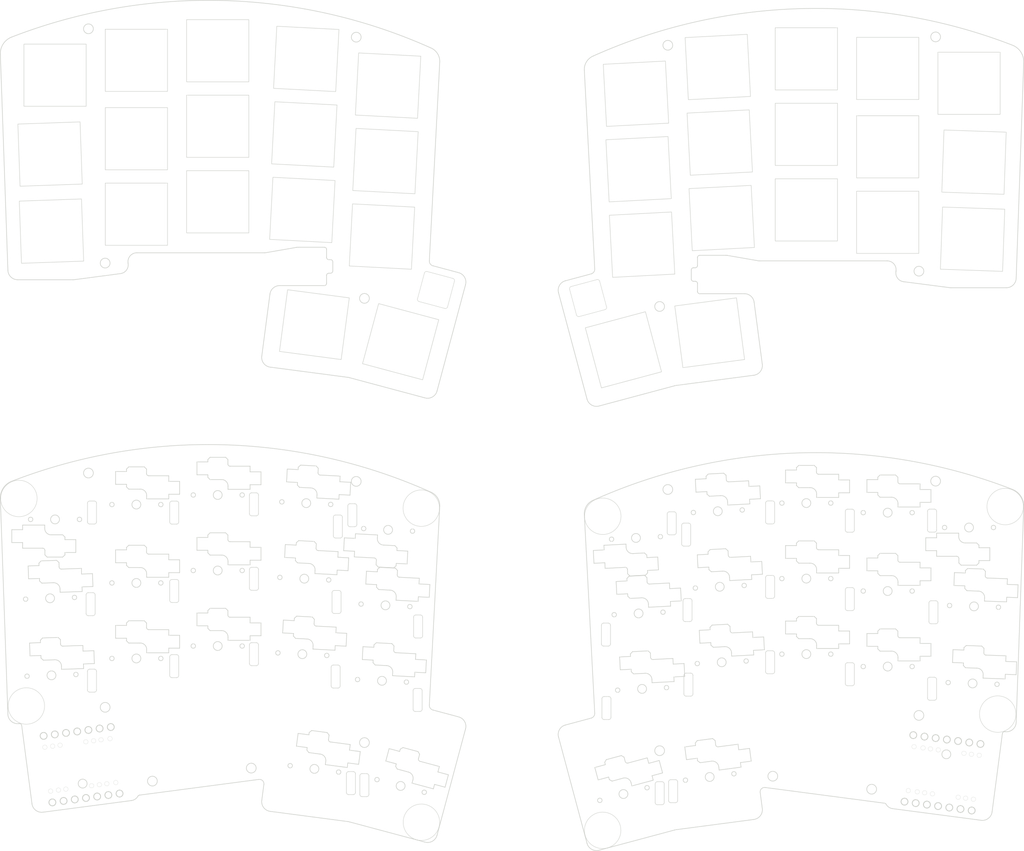
<source format=kicad_pcb>
(kicad_pcb (version 20241229) (generator "pcbnew") (generator_version "9.0")
  (title_block (title "Kretsträd") (company "by JW"))
  (layers (0 "F.Cu" signal) (2 "B.Cu" signal) (13 "F.Paste" user) (15 "B.Paste" user) (5 "F.SilkS" user "F.Silkscreen") (7 "B.SilkS" user "B.Silkscreen") (1 "F.Mask" user) (3 "B.Mask" user) (25 "Edge.Cuts" user))
  (net 0 "")
  (footprint "jw_custom_footprints:Kailh_socket_PG1350_v1_reversible_cutout_bottom_alt" (layer "F.Cu") (at 245.267364 147.889398 180))
  (footprint "jw_custom_footprints:Diode_SOD123_THT_2_cutout_small" (layer "F.Cu") (at 84.391364 142.671878 90))
  (footprint "jw_custom_footprints:Kailh_socket_PG1350_v1_reversible_cutout_14x14mm" (layer "F.Cu") (at 57.939964 77.366678))
  (footprint "jw_custom_footprints:Diode_SOD123_THT_2_cutout_small" (layer "F.Cu") (at 106.209964 205.425878 90))
  (footprint "jw_custom_footprints:Kailh_socket_PG1350_v1_reversible_cutout_bottom_alt" (layer "F.Cu") (at 57.939964 142.721678))
  (footprint "jw_custom_footprints:Kailh_socket_PG1350_v1_reversible_cutout_bottom_alt" (layer "F.Cu") (at 188.746642 144.22627 3))
  (footprint "jw_custom_footprints:MountingHole_2.2mm_M2_cutout" (layer "F.Cu") (at 50.914164 88.361878))
  (footprint "jw_custom_footprints:MountingHole_2.2mm_M2_cutout" (layer "F.Cu") (at 223.362117 206.796702))
  (footprint "jw_custom_footprints:Kailh_socket_PG1350_v1_reversible_cutout_14x14mm" (layer "F.Cu") (at 76.239764 57.566678))
  (footprint "jw_custom_footprints:Kailh_socket_PG1350_v1_reversible_cutout_14x14mm" (layer "F.Cu") (at 57.939964 60.366678))
  (footprint "jw_custom_footprints:Kailh_socket_PG1350_v1_reversible_cutout_bottom_alt" (layer "F.Cu") (at 226.967564 179.189398))
  (footprint "jw_custom_footprints:MountingHole_2.2mm_M2_cutout" (layer "F.Cu") (at 201.121903 203.868722))
  (footprint "jw_custom_footprints:Kailh_socket_PG1350_v1_reversible_cutout_14x14mm" (layer "F.Cu") (at 76.239764 74.566678))
  (footprint "jw_custom_footprints:Diode_SOD123_THT_2_cutout_small" (layer "F.Cu") (at 109.232564 205.883078 -90))
  (footprint "jw_custom_footprints:Kailh_socket_PG1350_v1_reversible_cutout_bottom_alt" (layer "F.Cu") (at 76.239764 157.566678))
  (footprint "jw_custom_footprints:Kailh_socket_PG1350_v1_reversible_cutout_bottom_alt" (layer "F.Cu") (at 208.667764 176.389398))
  (footprint "jw_custom_footprints:Diode_SOD123_THT_2_cutout_small" (layer "F.Cu") (at 121.212679 186.706846 90))
  (footprint "jw_custom_footprints:Diode_SOD123_THT_2_cutout_small" (layer "F.Cu") (at 47.954964 144.516678 90))
  (footprint "jw_custom_footprints:Kailh_socket_PG1350_v1_reversible_cutout_bottom_alt" (layer "F.Cu") (at 38.840164 181.166478 2))
  (footprint "jw_custom_footprints:Kailh_socket_PG1350_v1_reversible_cutout_bottom_alt" (layer "F.Cu") (at 208.667764 159.389398))
  (footprint "jw_custom_footprints:Diode_SOD123_THT_2_cutout_small" (layer "F.Cu") (at 66.455764 179.095478 90))
  (footprint "jw_custom_footprints:Kailh_socket_PG1350_v1_reversible_cutout_bottom_alt" (layer "F.Cu") (at 95.720548 159.404003 -3))
  (footprint "jw_custom_footprints:Kailh_socket_PG1350_v1_reversible_cutout_14x14mm" (layer "F.Cu") (at 57.939964 42.721678))
  (footprint "jw_custom_footprints:Kailh_socket_PG1350_v1_reversible_cutout_bottom_alt" (layer "F.Cu") (at 208.667764 142.389398))
  (footprint "jw_custom_footprints:Kailh_socket_PG1350_v1_reversible_cutout_bottom_alt" (layer "F.Cu") (at 167.516953 207.885893 15))
  (footprint "jw_custom_footprints:Kailh_socket_PG1350_v1_reversible_cutout_bottom_alt" (layer "F.Cu") (at 97.987307 202.223294 -7.5))
  (footprint "jw_custom_footprints:Kailh_socket_PG1350_v1_reversible_cutout_bottom_alt" (layer "F.Cu") (at 246.067364 182.989198 -2))
  (footprint "jw_custom_footprints:Diode_SOD123_THT_2_cutout_small" (layer "F.Cu") (at 102.972005 164.650913 90))
  (footprint "jw_custom_footprints:Kailh_socket_PG1350_v1_reversible_cutout_bottom_alt" (layer "F.Cu") (at 113.981174 165.407519 -3))
  (footprint "jw_custom_footprints:Kailh_socket_PG1350_v1_reversible_cutout_bottom_alt" (layer "F.Cu") (at 114.571296 148.415116 177))
  (footprint "jw_custom_footprints:Diode_SOD123_THT_2_cutout_small" (layer "F.Cu") (at 84.391364 176.403078 90))
  (footprint "jw_custom_footprints:Kailh_socket_PG1350_v1_reversible_cutout_bottom_alt" (layer "F.Cu") (at 170.336232 150.237836 -177))
  (footprint "jw_custom_footprints:Kailh_socket_PG1350_v1_reversible_cutout_14x14mm" (layer "F.Cu") (at 38.840164 81.166478 2))
  (footprint "jw_custom_footprints:Kailh_socket_PG1350_v1_reversible_cutout_14x14mm" (layer "F.Cu") (at 96.160886 42.40355 -3))
  (footprint "jw_custom_footprints:MountingHole_2.2mm_M2_cutout" (layer "F.Cu") (at 109.248374 96.305597))
  (footprint "jw_custom_footprints:Diode_SOD123_THT_2_cutout_small" (layer "F.Cu") (at 66.455764 144.534078 90))
  (footprint "jw_custom_footprints:Kailh_socket_PG1350_v1_reversible_cutout_14x14mm" (layer "F.Cu") (at 117.390575 106.063173 -15))
  (footprint "jw_custom_footprints:MountingHole_2.2mm_M2_cutout" (layer "F.Cu") (at 109.248374 196.305597))
  (footprint "jw_custom_footprints:MountingHole_2.2mm_M2_cutout" (layer "F.Cu") (at 107.403764 137.506278))
  (footprint "jw_custom_footprints:Xiao_nRF52840_THT_jumper_1.55mm_hole_cutout_alt" (layer "F.Cu") (at 45.4533 201.299082 97.5))
  (footprint "jw_custom_footprints:Kailh_socket_PG1350_v1_reversible_cutout_bottom_alt" (layer "F.Cu") (at 57.939964 177.366678))
  (footprint "jw_custom_footprints:Kailh_socket_PG1350_v1_reversible_cutout_bottom_alt" (layer "F.Cu") (at 113.194964 182.394688 -3))
  (footprint "jw_custom_footprints:Kailh_socket_PG1350_v1_reversible_cutout_bottom_alt" (layer "F.Cu") (at 226.967564 162.189398))
  (footprint "jw_custom_footprints:Kailh_socket_PG1350_v1_reversible_cutout_14x14mm" (layer "F.Cu") (at 76.239764 40.566678))
  (footprint "jw_custom_footprints:Kailh_socket_PG1350_v1_reversible_cutout_bottom_alt" (layer "F.Cu") (at 95.28022 176.404257 -3))
  (footprint "jw_custom_footprints:Diode_SOD123_THT_2_cutout_small" (layer "F.Cu") (at 47.644234 165.146295 90))
  (footprint "jw_custom_footprints:Diode_SOD123_THT_2_cutout_small" (layer "F.Cu") (at 47.954964 182.362678 90))
  (footprint "jw_custom_footprints:Kailh_socket_PG1350_v1_reversible_cutout_14x14mm" (layer "F.Cu") (at 95.28022 76.404257 -3))
  (footprint "jw_custom_footprints:Kailh_socket_PG1350_v1_reversible_cutout_14x14mm" (layer "F.Cu") (at 95.720548 59.404003 -3))
  (footprint "jw_custom_footprints:MountingHole_2.2mm_M2_cutout" (layer "F.Cu") (at 47.154964 35.626678))
  (footprint "jw_custom_footprints:Kailh_socket_PG1350_v1_reversible_cutout_bottom_alt" (layer "F.Cu") (at 189.18698 161.226723 3))
  (footprint "jw_custom_footprints:Kailh_socket_PG1350_v1_reversible_cutout_14x14mm" (layer "F.Cu") (at 38.518964 63.820678 2))
  (footprint "jw_custom_footprints:Diode_SOD123_THT_2_cutout_small" (layer "F.Cu") (at 106.526268 145.117347 90))
  (footprint "jw_custom_footprints:MountingHole_2.2mm_M2_cutout" (layer "F.Cu") (at 50.914164 188.361878))
  (footprint "jw_custom_footprints:Kailh_socket_PG1350_v1_reversible_cutout_bottom_alt" (layer "F.Cu") (at 39.640164 146.066678 180))
  (footprint "jw_custom_footprints:MountingHole_2.2mm_M2_cutout" (layer "F.Cu") (at 47.154964 135.626678))
  (footprint "jw_custom_footprints:Kailh_socket_PG1350_v1_reversible_cutout_bottom_alt" (layer "F.Cu") (at 76.239764 140.566678))
  (footprint "jw_custom_footprints:Kailh_socket_PG1350_v1_reversible_cutout_14x14mm" (layer "F.Cu") (at 39.640164 46.066678 180))
  (footprint "jw_custom_footprints:MountingHole_2.2mm_M2_cutout" (layer "F.Cu") (at 61.545411 204.973977 7.5))
  (footprint "jw_custom_footprints:Kailh_socket_PG1350_v1_reversible_cutout_bottom_alt" (layer "F.Cu") (at 189.627308 178.226977 3))
  (footprint "jw_custom_footprints:Kailh_socket_PG1350_v1_reversible_cutout_bottom_alt" (layer "F.Cu") (at 57.939964 160.366678))
  (footprint "jw_custom_footprints:Kailh_socket_PG1350_v1_reversible_cutout_14x14mm" (layer "F.Cu") (at 113.194964 82.394688 -3))
  (footprint "jw_custom_footprints:Kailh_socket_PG1350_v1_reversible_cutout_bottom_alt" (layer "F.Cu") (at 226.967564 144.544398))
  (footprint "jw_custom_footprints:MountingHole_2.2mm_M2_cutout" (layer "F.Cu") (at 107.403764 37.506278))
  (footprint "jw_custom_footprints:Kailh_socket_PG1350_v1_reversible_cutout_bottom_alt" (layer "F.Cu") (at 76.239764 174.566678))
  (footprint "jw_custom_footprints:MountingHole_2.2mm_M2_cutout" (layer "F.Cu") (at 83.785625 202.045997 7.5))
  (footprint "jw_custom_footprints:Diode_SOD123_THT_2_cutout_small" (layer "F.Cu") (at 103.271594 147.667814 90))
  (footprint "jw_custom_footprints:Kailh_socket_PG1350_v1_reversible_cutout_14x14mm" (layer "F.Cu") (at 97.987307 102.223294 -7.5))
  (footprint "jw_custom_footprints:Diode_SOD123_THT_2_cutout_small" (layer "F.Cu") (at 121.322964 170.170678 90))
  (footprint "jw_custom_footprints:Kailh_socket_PG1350_v1_reversible_cutout_bottom_alt" (layer "F.Cu") (at 186.920221 204.046014 7.5))
  (footprint "jw_custom_footprints:Kailh_socket_PG1350_v1_reversible_cutout_bottom_alt" (layer "F.Cu") (at 170.926354 167.230239 3))
  (footprint "jw_custom_footprints:Diode_SOD123_THT_2_cutout_small" (layer "F.Cu") (at 66.455764 162.179078 90))
  (footprint "jw_custom_footprints:Kailh_socket_PG1350_v1_reversible_cutout_bottom_alt" (layer "F.Cu") (at 171.712564 184.217408 3))
  (footprint "jw_custom_footprints:Kailh_socket_PG1350_v1_reversible_cutout_bottom_alt" (layer "F.Cu") (at 96.160886 142.40355 -3))
  (footprint "jw_custom_footprints:Kailh_socket_PG1350_v1_reversible_cutout_bottom_alt" (layer "F.Cu") (at 117.390575 206.063173 -15))
  (footprint "jw_custom_footprints:Diode_SOD123_THT_2_cutout_small" (layer "F.Cu") (at 102.772279 181.440446 90))
  (footprint "jw_custom_footprints:Diode_SOD123_THT_2_cutout_small" (layer "F.Cu") (at 84.391364 159.435878 90))
  (footprint "jw_custom_footprints:Kailh_socket_PG1350_v1_reversible_cutout_14x14mm" (layer "F.Cu") (at 114.571296 48.415116 177))
  (footprint "jw_custom_footprints:Kailh_socket_PG1350_v1_reversible_cutout_bottom_alt" (layer "F.Cu") (at 38.518964 163.820678 2))
  (footprint "jw_custom_footprints:Kailh_socket_PG1350_v1_reversible_cutout_bottom_alt" (layer "F.Cu") (at 246.388564 165.643398 -2))
  (footprint "jw_custom_footprints:Button_Switch_Push_Vertical_2P2T_Toggle_5.8x5.8_cutout" (layer "F.Cu") (at 125.344547 94.418064 75))
  (footprint "jw_custom_footprints:Kailh_socket_PG1350_v1_reversible_cutout_14x14mm" (layer "F.Cu") (at 113.981174 65.407519 -3))
  (footprint "jw_custom_footprints:MountingHole_2.2mm_M2_cutout" (layer "B.Cu") (at 175.659154 98.128317 180))
  (footprint "jw_custom_footprints:Kailh_socket_PG1350_v1_reversible_cutout_14x14mm" (layer "B.Cu") (at 208.667764 76.389398 180))
  (footprint "jw_custom_footprints:Diode_SOD123_THT_2_cutout_small" (layer "B.Cu") (at 236.952564 184.185398 90))
  (footprint "jw_custom_footprints:Kailh_socket_PG1350_v1_reversible_cutout_14x14mm" (layer "B.Cu") (at 226.967564 62.189398 180))
  (footprint "jw_custom_footprints:Kailh_socket_PG1350_v1_reversible_cutout_14x14mm" (layer "B.Cu") (at 246.067364 82.989198 178))
  (footprint "jw_custom_footprints:Kailh_socket_PG1350_v1_reversible_cutout_14x14mm" (layer "B.Cu") (at 188.746642 44.22627 -177))
  (footprint "jw_custom_footprints:Diode_SOD123_THT_2_cutout_small" (layer "B.Cu") (at 163.584564 171.993398 90))
  (footprint "jw_custom_footprints:Diode_SOD123_THT_2_cutout_small" (layer "B.Cu") (at 200.516164 178.225798 90))
  (footprint "jw_custom_footprints:Diode_SOD123_THT_2_cutout_small" (layer "B.Cu") (at 218.451764 164.001798 90))
  (footprint "jw_custom_footprints:MountingHole_2.2mm_M2_cutout" (layer "B.Cu") (at 237.752564 37.449398 180))
  (footprint "jw_custom_footprints:Diode_SOD123_THT_2_cutout_small" (layer "B.Cu") (at 200.516164 144.494598 90))
  (footprint "jw_custom_footprints:Diode_SOD123_THT_2_cutout_small" (layer "B.Cu") (at 175.674964 207.705798 -90))
  (footprint "jw_custom_footprints:Kailh_socket_PG1350_v1_reversible_cutout_14x14mm" (layer "B.Cu") (at 170.926354 67.230239 -177))
  (footprint "jw_custom_footprints:MountingHole_2.2mm_M2_cutout" (layer "B.Cu") (at 177.503764 39.328998 180))
  (footprint "jw_custom_footprints:Diode_SOD123_THT_2_cutout_small" (layer "B.Cu") (at 178.697564 207.248598 90))
  (footprint "jw_custom_footprints:MountingHole_2.2mm_M2_cutout" (layer "B.Cu") (at 177.503764 139.328998 180))
  (footprint "jw_custom_footprints:Diode_SOD123_THT_2_cutout_small" (layer "B.Cu") (at 200.516164 161.258598 90))
  (footprint "jw_custom_footprints:Kailh_socket_PG1350_v1_reversible_cutout_14x14mm" (layer "B.Cu") (at 171.712564 84.217408 -177))
  (footprint "jw_custom_footprints:Kailh_socket_PG1350_v1_reversible_cutout_14x14mm" (layer "B.Cu") (at 246.388564 65.643398 178))
  (footprint "jw_custom_footprints:MountingHole_2.2mm_M2_cutout" (layer "B.Cu") (at 175.659154 198.128317 180))
  (footprint "jw_custom_footprints:Kailh_socket_PG1350_v1_reversible_cutout_14x14mm" (layer "B.Cu") (at 167.516953 107.885893 -165))
  (footprint "jw_custom_footprints:Kailh_socket_PG1350_v1_reversible_cutout_14x14mm" (layer "B.Cu") (at 226.967564 44.544398 180))
  (footprint "jw_custom_footprints:Kailh_socket_PG1350_v1_reversible_cutout_14x14mm" (layer "B.Cu") (at 226.967564 79.189398 180))
  (footprint "jw_custom_footprints:Diode_SOD123_THT_2_cutout_small" (layer "B.Cu") (at 182.135249 183.263166 90))
  (footprint "jw_custom_footprints:Diode_SOD123_THT_2_cutout_small" (layer "B.Cu") (at 181.635934 149.490534 90))
  (footprint "jw_custom_footprints:Button_Switch_Push_Vertical_2P2T_Toggle_5.8x5.8_cutout" (layer "B.Cu") (at 159.562981 96.240784 105))
  (footprint "jw_custom_footprints:Kailh_socket_PG1350_v1_reversible_cutout_14x14mm" (layer "B.Cu") (at 208.667764 59.389398 180))
  (footprint "jw_custom_footprints:Xiao_nRF52840_THT_jumper_1.55mm_hole_cutout_alt" (layer "B.Cu") (at 239.454228 203.121802 82.5))
  (footprint "jw_custom_footprints:Diode_SOD123_THT_2_cutout_small" (layer "B.Cu") (at 236.952564 146.339398 90))
  (footprint "jw_custom_footprints:Kailh_socket_PG1350_v1_reversible_cutout_14x14mm" (layer "B.Cu") (at 170.336232 50.237836 3))
  (footprint "jw_custom_footprints:Diode_SOD123_THT_2_cutout_small" (layer "B.Cu") (at 163.694849 188.529566 90))
  (footprint "jw_custom_footprints:MountingHole_2.2mm_M2_cutout" (layer "B.Cu") (at 233.993364 90.184598 180))
  (footprint "jw_custom_footprints:Diode_SOD123_THT_2_cutout_small" (layer "B.Cu") (at 237.263294 166.969015 90))
  (footprint "jw_custom_footprints:Kailh_socket_PG1350_v1_reversible_cutout_14x14mm" (layer "B.Cu") (at 186.920221 104.046014 -172.5))
  (footprint "jw_custom_footprints:Kailh_socket_PG1350_v1_reversible_cutout_14x14mm" (layer "B.Cu") (at 245.267364 47.889398))
  (footprint "jw_custom_footprints:Kailh_socket_PG1350_v1_reversible_cutout_14x14mm" (layer "B.Cu") (at 189.18698 61.226723 -177))
  (footprint "jw_custom_footprints:Diode_SOD123_THT_2_cutout_small" (layer "B.Cu") (at 181.935523 166.473633 90))
  (footprint "jw_custom_footprints:Diode_SOD123_THT_2_cutout_small" (layer "B.Cu") (at 218.451764 180.918198 90))
  (footprint "jw_custom_footprints:Diode_SOD123_THT_2_cutout_small" (layer "B.Cu") (at 218.451764 146.356798 90))
  (footprint "jw_custom_footprints:Kailh_socket_PG1350_v1_reversible_cutout_14x14mm" (layer "B.Cu") (at 189.627308 78.226977 -177))
  (footprint "jw_custom_footprints:Kailh_socket_PG1350_v1_reversible_cutout_14x14mm" (layer "B.Cu") (at 208.667764 42.389398 180))
  (footprint "jw_custom_footprints:Diode_SOD123_THT_2_cutout_small" (layer "B.Cu") (at 178.38126 146.940067 90))
  (footprint "jw_custom_footprints:MountingHole_2.2mm_M2_cutout" (layer "B.Cu") (at 237.752564 137.449398 180))
  (footprint "jw_custom_footprints:MountingHole_2.2mm_M2_cutout" (layer "B.Cu") (at 233.993364 190.184598 180))
  (gr_circle (center 251.722564 189.889798) (end 247.622564 189.889798) (stroke (width 0.1)) (fill no) (layer "Edge.Cuts"))
  (gr_arc (start 124.114995 39.89472) (mid 125.661743 41.164957) (end 126.192686 43.094708) (stroke (width 0.15)) (layer "Edge.Cuts"))
  (gr_line (start 58.63279 208.13116) (end 85.502433 204.593704) (stroke (width 0.15)) (layer "Edge.Cuts"))
  (gr_line (start 86.150274 209.316852) (end 86.624403 205.715682) (stroke (width 0.15)) (layer "Edge.Cuts"))
  (gr_circle (center 240.163759 198.942863) (end 241.163759 198.942863) (stroke (width 0.15)) (fill no) (layer "Edge.Cuts"))
  (gr_arc (start 58.297873 208.357927) (mid 57.676382 209.030477) (end 56.82007 209.354985) (stroke (width 0.15)) (layer "Edge.Cuts"))
  (gr_arc (start 27.333652 141.31634) (mid 27.985368 139.019454) (end 29.832164 137.506278) (stroke (width 0.15)) (layer "Edge.Cuts"))
  (gr_line (start 247.988575 213.797737) (end 228.087458 211.177705) (stroke (width 0.15)) (layer "Edge.Cuts"))
  (gr_arc (start 105.54905 114.089733) (mid 105.691092 114.113183) (end 105.831295 114.145874) (stroke (width 0.15)) (layer "Edge.Cuts"))
  (gr_arc (start 252.770091 194.275922) (mid 252.961386 193.944384) (end 253.331103 193.845254) (stroke (width 0.15)) (layer "Edge.Cuts"))
  (gr_line (start 257.573876 43.13906) (end 255.875049 91.787088) (stroke (width 0.15)) (layer "Edge.Cuts"))
  (gr_arc (start 124.660756 88.973815) (mid 124.055547 88.557857) (end 123.846965 87.853727) (stroke (width 0.15)) (layer "Edge.Cuts"))
  (gr_arc (start 160.792533 141.71744) (mid 207.694663 131.077538) (end 255.075364 139.328998) (stroke (width 0.15)) (layer "Edge.Cuts"))
  (gr_line (start 198.164067 87.869167) (end 226.858411 87.866811) (stroke (width 0.15)) (layer "Edge.Cuts"))
  (gr_arc (start 124.114995 139.89472) (mid 125.661743 141.164957) (end 126.192686 143.094708) (stroke (width 0.15)) (layer "Edge.Cuts"))
  (gr_arc (start 31.231924 92.110087) (mid 29.703665 91.492642) (end 29.033264 89.986866) (stroke (width 0.15)) (layer "Edge.Cuts"))
  (gr_line (start 88.044294 111.785189) (end 105.54905 114.089733) (stroke (width 0.15)) (layer "Edge.Cuts"))
  (gr_line (start 126.192686 43.094708) (end 123.846965 87.853727) (stroke (width 0.15)) (layer "Edge.Cuts"))
  (gr_arc (start 198.757254 211.139572) (mid 198.321448 212.766002) (end 196.863234 213.607909) (stroke (width 0.15)) (layer "Edge.Cuts"))
  (gr_arc (start 250.457032 211.902797) (mid 249.61539 213.361681) (end 247.988575 213.797737) (stroke (width 0.15)) (layer "Edge.Cuts"))
  (gr_line (start 130.439843 190.522316) (end 124.660756 188.973815) (stroke (width 0.15)) (layer "Edge.Cuts"))
  (gr_arc (start 241.20935 93.910309) (mid 241.013135 93.903888) (end 240.817761 93.884642) (stroke (width 0.15)) (layer "Edge.Cuts"))
  (gr_line (start 253.331103 193.845254) (end 253.390901 193.853127) (stroke (width 0.15)) (layer "Edge.Cuts"))
  (gr_arc (start 125.579932 117.159898) (mid 124.554896 118.495764) (end 122.885493 118.715533) (stroke (width 0.15)) (layer "Edge.Cuts"))
  (gr_arc (start 56.066063 88.305143) (mid 56.545329 86.725335) (end 58.049117 86.04409) (stroke (width 0.15)) (layer "Edge.Cuts"))
  (gr_line (start 100.231574 93.430997) (end 90.171034 93.430997) (stroke (width 0.15)) (layer "Edge.Cuts"))
  (gr_line (start 179.076233 215.968594) (end 162.022035 220.538253) (stroke (width 0.15)) (layer "Edge.Cuts"))
  (gr_line (start 27.333652 41.31634) (end 29.033264 89.986866) (stroke (width 0.15)) (layer "Edge.Cuts"))
  (gr_line (start 226.274737 209.953879) (end 199.405134 206.416429) (stroke (width 0.15)) (layer "Edge.Cuts"))
  (gr_line (start 105.831295 114.145874) (end 122.885493 118.715533) (stroke (width 0.15)) (layer "Edge.Cuts"))
  (gr_arc (start 162.022035 220.538253) (mid 160.352646 220.318461) (end 159.327596 218.982618) (stroke (width 0.15)) (layer "Edge.Cuts"))
  (gr_arc (start 198.164067 87.869167) (mid 197.974753 87.861019) (end 197.786842 87.836617) (stroke (width 0.15)) (layer "Edge.Cuts"))
  (gr_line (start 100.731574 91.136997) (end 100.731574 92.930997) (stroke (width 0.15)) (layer "Edge.Cuts"))
  (gr_line (start 159.327596 118.982618) (end 152.91205 95.039475) (stroke (width 0.15)) (layer "Edge.Cuts"))
  (gr_line (start 159.327596 218.982618) (end 152.91205 195.039475) (stroke (width 0.15)) (layer "Edge.Cuts"))
  (gr_circle (center 122.034164 143.536678) (end 126.134164 143.536678) (stroke (width 0.1)) (fill no) (layer "Edge.Cuts"))
  (gr_line (start 196.863234 113.607909) (end 179.358478 115.912453) (stroke (width 0.15)) (layer "Edge.Cuts"))
  (gr_line (start 158.714842 144.917428) (end 161.060563 189.676447) (stroke (width 0.15)) (layer "Edge.Cuts"))
  (gr_line (start 184.675954 95.253718) (end 194.736494 95.253718) (stroke (width 0.15)) (layer "Edge.Cuts"))
  (gr_arc (start 29.832164 137.506278) (mid 77.212865 129.254814) (end 124.114995 139.89472) (stroke (width 0.15)) (layer "Edge.Cuts"))
  (gr_arc (start 56.090053 88.487363) (mid 55.69387 89.965938) (end 54.368215 90.731304) (stroke (width 0.15)) (layer "Edge.Cuts"))
  (gr_arc (start 179.076233 215.968594) (mid 179.216437 215.935905) (end 179.358478 215.912453) (stroke (width 0.15)) (layer "Edge.Cuts"))
  (gr_circle (center 31.508564 141.352278) (end 35.608564 141.352278) (stroke (width 0.1)) (fill no) (layer "Edge.Cuts"))
  (gr_circle (center 33.184964 188.067078) (end 37.284964 188.067078) (stroke (width 0.1)) (fill no) (layer "Edge.Cuts"))
  (gr_line (start 31.231924 92.110087) (end 43.698963 92.110087) (stroke (width 0.15)) (layer "Edge.Cuts"))
  (gr_line (start 198.757254 211.139577) (end 198.283125 207.538407) (stroke (width 0.15)) (layer "Edge.Cuts"))
  (gr_arc (start 105.54905 214.089733) (mid 105.691092 214.113183) (end 105.831295 214.145874) (stroke (width 0.15)) (layer "Edge.Cuts"))
  (gr_arc (start 58.297896 208.357881) (mid 58.436096 208.200736) (end 58.63279 208.129281) (stroke (width 0.15)) (layer "Edge.Cuts"))
  (gr_line (start 130.439843 90.522316) (end 124.660756 88.973815) (stroke (width 0.15)) (layer "Edge.Cuts"))
  (gr_line (start 184.175954 92.959718) (end 184.175954 94.753718) (stroke (width 0.15)) (layer "Edge.Cuts"))
  (gr_arc (start 88.044294 111.785189) (mid 86.586082 110.94328) (end 86.150274 109.316852) (stroke (width 0.15)) (layer "Edge.Cuts"))
  (gr_arc (start 184.175954 87.117718) (mid 184.322403 86.764176) (end 184.675954 86.617718) (stroke (width 0.15)) (layer "Edge.Cuts"))
  (gr_arc (start 31.576425 192.022534) (mid 31.946154 192.121648) (end 32.137437 192.453202) (stroke (width 0.15)) (layer "Edge.Cuts"))
  (gr_line (start 105.831295 214.145874) (end 122.885493 218.715533) (stroke (width 0.15)) (layer "Edge.Cuts"))
  (gr_line (start 125.579932 217.159898) (end 131.995478 193.216755) (stroke (width 0.15)) (layer "Edge.Cuts"))
  (gr_arc (start 152.91205 195.039475) (mid 153.131803 193.370063) (end 154.467685 192.345036) (stroke (width 0.15)) (layer "Edge.Cuts"))
  (gr_arc (start 125.579932 217.159898) (mid 124.554896 218.495764) (end 122.885493 218.715533) (stroke (width 0.15)) (layer "Edge.Cuts"))
  (gr_arc (start 184.175954 88.911718) (mid 184.02951 89.265283) (end 183.675954 89.411718) (stroke (width 0.15)) (layer "Edge.Cuts"))
  (gr_arc (start 93.940457 84.827547) (mid 94.128278 84.803151) (end 94.317501 84.794997) (stroke (width 0.15)) (layer "Edge.Cuts"))
  (gr_arc (start 190.590027 86.617718) (mid 190.77925 86.62587) (end 190.967071 86.650268) (stroke (width 0.15)) (layer "Edge.Cuts"))
  (gr_line (start 154.467685 192.345036) (end 160.246772 190.796535) (stroke (width 0.15)) (layer "Edge.Cuts"))
  (gr_arc (start 29.832164 37.506278) (mid 77.212865 29.254814) (end 124.114995 39.89472) (stroke (width 0.15)) (layer "Edge.Cuts"))
  (gr_arc (start 158.714842 44.917428) (mid 159.245846 42.987716) (end 160.792533 41.71744) (stroke (width 0.15)) (layer "Edge.Cuts"))
  (gr_arc (start 85.502433 204.593704) (mid 86.340081 204.878029) (end 86.624403 205.715682) (stroke (width 0.15)) (layer "Edge.Cuts"))
  (gr_arc (start 124.660756 188.973815) (mid 124.055547 188.557857) (end 123.846965 187.853727) (stroke (width 0.15)) (layer "Edge.Cuts"))
  (gr_line (start 228.817475 90.310183) (end 228.841465 90.127963) (stroke (width 0.15)) (layer "Edge.Cuts"))
  (gr_arc (start 179.076233 115.968594) (mid 179.216437 115.935905) (end 179.358478 115.912453) (stroke (width 0.15)) (layer "Edge.Cuts"))
  (gr_arc (start 87.120686 86.013896) (mid 86.932775 86.038305) (end 86.743461 86.046446) (stroke (width 0.15)) (layer "Edge.Cuts"))
  (gr_line (start 126.192686 143.094708) (end 123.846965 187.853727) (stroke (width 0.15)) (layer "Edge.Cuts"))
  (gr_line (start 93.940457 84.827547) (end 87.120686 86.013896) (stroke (width 0.15)) (layer "Edge.Cuts"))
  (gr_arc (start 162.022035 120.538253) (mid 160.352646 120.318461) (end 159.327596 118.982618) (stroke (width 0.15)) (layer "Edge.Cuts"))
  (gr_circle (center 45.851492 205.534139) (end 46.851492 205.534139) (stroke (width 0.15)) (fill no) (layer "Edge.Cuts"))
  (gr_circle (center 162.842754 216.060717) (end 158.742754 216.060717) (stroke (width 0.1)) (fill no) (layer "Edge.Cuts"))
  (gr_line (start 86.743461 86.046446) (end 58.049117 86.04409) (stroke (width 0.15)) (layer "Edge.Cuts"))
  (gr_line (start 31.576425 192.022534) (end 31.516627 192.030407) (stroke (width 0.15)) (layer "Edge.Cuts"))
  (gr_line (start 196.863234 213.607909) (end 179.358478 215.912453) (stroke (width 0.15)) (layer "Edge.Cuts"))
  (gr_line (start 198.757254 111.139573) (end 196.917672 97.16656) (stroke (width 0.15)) (layer "Edge.Cuts"))
  (gr_line (start 183.278954 92.459718) (end 183.675954 92.459718) (stroke (width 0.15)) (layer "Edge.Cuts"))
  (gr_line (start 32.137437 192.453202) (end 34.450496 210.080077) (stroke (width 0.15)) (layer "Edge.Cuts"))
  (gr_line (start 56.090053 88.487363) (end 56.066063 88.305143) (stroke (width 0.15)) (layer "Edge.Cuts"))
  (gr_circle (center 253.398964 143.174998) (end 249.298964 143.174998) (stroke (width 0.1)) (fill no) (layer "Edge.Cuts"))
  (gr_arc (start 255.875049 91.787088) (mid 255.20464 93.292856) (end 253.676389 93.910309) (stroke (width 0.15)) (layer "Edge.Cuts"))
  (gr_arc (start 230.539313 92.554124) (mid 229.213629 91.788768) (end 228.817475 90.310183) (stroke (width 0.15)) (layer "Edge.Cuts"))
  (gr_arc (start 130.439843 90.522316) (mid 131.775747 91.54733) (end 131.995478 93.216755) (stroke (width 0.15)) (layer "Edge.Cuts"))
  (gr_arc (start 161.060563 89.676447) (mid 160.851991 90.380584) (end 160.246772 90.796535) (stroke (width 0.15)) (layer "Edge.Cuts"))
  (gr_line (start 100.731574 85.294997) (end 100.731574 87.088997) (stroke (width 0.15)) (layer "Edge.Cuts"))
  (gr_arc (start 130.439843 190.522316) (mid 131.775747 191.54733) (end 131.995478 193.216755) (stroke (width 0.15)) (layer "Edge.Cuts"))
  (gr_arc (start 226.274737 209.953879) (mid 226.471424 210.024049) (end 226.609632 210.180601) (stroke (width 0.15)) (layer "Edge.Cuts"))
  (gr_arc (start 100.731574 91.136997) (mid 100.878021 90.783444) (end 101.231574 90.636997) (stroke (width 0.15)) (layer "Edge.Cuts"))
  (gr_arc (start 87.989856 95.343839) (mid 88.720474 93.97695) (end 90.171034 93.430997) (stroke (width 0.15)) (layer "Edge.Cuts"))
  (gr_arc (start 158.714842 144.917428) (mid 159.245846 142.987716) (end 160.792533 141.71744) (stroke (width 0.15)) (layer "Edge.Cuts"))
  (gr_arc (start 255.075364 139.328998) (mid 256.922124 140.842198) (end 257.573876 143.13906) (stroke (width 0.15)) (layer "Edge.Cuts"))
  (gr_line (start 190.590027 86.617718) (end 184.675954 86.617718) (stroke (width 0.15)) (layer "Edge.Cuts"))
  (gr_line (start 253.676389 93.910309) (end 241.20935 93.910309) (stroke (width 0.15)) (layer "Edge.Cuts"))
  (gr_circle (center 122.064774 214.237997) (end 126.164774 214.237997) (stroke (width 0.1)) (fill no) (layer "Edge.Cuts"))
  (gr_arc (start 182.778954 89.911718) (mid 182.925403 89.558176) (end 183.278954 89.411718) (stroke (width 0.15)) (layer "Edge.Cuts"))
  (gr_line (start 183.675954 89.411718) (end 183.278954 89.411718) (stroke (width 0.15)) (layer "Edge.Cuts"))
  (gr_line (start 230.539316 92.554124) (end 240.817761 93.884642) (stroke (width 0.15)) (layer "Edge.Cuts"))
  (gr_line (start 252.770091 194.275922) (end 250.457032 211.902797) (stroke (width 0.15)) (layer "Edge.Cuts"))
  (gr_arc (start 31.516627 192.030407) (mid 29.822697 191.54068) (end 29.032479 189.964368) (stroke (width 0.15)) (layer "Edge.Cuts"))
  (gr_arc (start 160.792533 41.71744) (mid 207.694663 31.077538) (end 255.075364 39.328998) (stroke (width 0.15)) (layer "Edge.Cuts"))
  (gr_arc (start 100.731574 92.930997) (mid 100.585127 93.28455) (end 100.231574 93.430997) (stroke (width 0.15)) (layer "Edge.Cuts"))
  (gr_arc (start 228.087458 211.177705) (mid 227.231147 210.853197) (end 226.609655 210.180647) (stroke (width 0.15)) (layer "Edge.Cuts"))
  (gr_line (start 158.714842 44.917428) (end 161.060563 89.676447) (stroke (width 0.15)) (layer "Edge.Cuts"))
  (gr_line (start 101.628574 90.636997) (end 101.231574 90.636997) (stroke (width 0.15)) (layer "Edge.Cuts"))
  (gr_arc (start 44.090552 92.08442) (mid 43.895178 92.103663) (end 43.698963 92.110087) (stroke (width 0.15)) (layer "Edge.Cuts"))
  (gr_arc (start 183.675954 92.459718) (mid 184.029492 92.606174) (end 184.175954 92.959718) (stroke (width 0.15)) (layer "Edge.Cuts"))
  (gr_arc (start 194.736494 95.253718) (mid 196.187075 95.799657) (end 196.917672 97.16656) (stroke (width 0.15)) (layer "Edge.Cuts"))
  (gr_line (start 190.967071 86.650268) (end 197.786842 87.836617) (stroke (width 0.15)) (layer "Edge.Cuts"))
  (gr_line (start 125.579932 117.159898) (end 131.995478 93.216755) (stroke (width 0.15)) (layer "Edge.Cuts"))
  (gr_line (start 88.044294 211.785189) (end 105.54905 214.089733) (stroke (width 0.15)) (layer "Edge.Cuts"))
  (gr_line (start 86.150274 109.316852) (end 87.989856 95.343839) (stroke (width 0.15)) (layer "Edge.Cuts"))
  (gr_line (start 27.333652 141.31634) (end 29.032479 189.964368) (stroke (width 0.15)) (layer "Edge.Cuts"))
  (gr_line (start 54.368215 90.731304) (end 44.090552 92.08442) (stroke (width 0.15)) (layer "Edge.Cuts"))
  (gr_line (start 101.231574 87.588997) (end 101.628574 87.588997) (stroke (width 0.15)) (layer "Edge.Cuts"))
  (gr_line (start 184.175954 87.117718) (end 184.175954 88.911718) (stroke (width 0.15)) (layer "Edge.Cuts"))
  (gr_line (start 154.467685 92.345036) (end 160.246772 90.796535) (stroke (width 0.15)) (layer "Edge.Cuts"))
  (gr_arc (start 226.858411 87.86681) (mid 228.362189 88.548064) (end 228.841465 90.127863) (stroke (width 0.15)) (layer "Edge.Cuts"))
  (gr_arc (start 101.231574 87.588997) (mid 100.878038 87.442541) (end 100.731574 87.088997) (stroke (width 0.15)) (layer "Edge.Cuts"))
  (gr_arc (start 161.060563 189.676447) (mid 160.851991 190.380584) (end 160.246772 190.796535) (stroke (width 0.15)) (layer "Edge.Cuts"))
  (gr_line (start 94.317501 84.794997) (end 100.231574 84.794997) (stroke (width 0.15)) (layer "Edge.Cuts"))
  (gr_arc (start 255.075364 39.328998) (mid 256.922124 40.842198) (end 257.573876 43.13906) (stroke (width 0.15)) (layer "Edge.Cuts"))
  (gr_arc (start 88.044294 211.785189) (mid 86.586082 210.94328) (end 86.150274 209.316852) (stroke (width 0.15)) (layer "Edge.Cuts"))
  (gr_line (start 102.128574 88.088997) (end 102.128574 90.136997) (stroke (width 0.15)) (layer "Edge.Cuts"))
  (gr_arc (start 101.628574 87.588997) (mid 101.982145 87.735434) (end 102.128574 88.088997) (stroke (width 0.15)) (layer "Edge.Cuts"))
  (gr_arc (start 152.91205 95.039475) (mid 153.131803 93.370063) (end 154.467685 92.345036) (stroke (width 0.15)) (layer "Edge.Cuts"))
  (gr_line (start 179.076233 115.968594) (end 162.022035 120.538253) (stroke (width 0.15)) (layer "Edge.Cuts"))
  (gr_line (start 182.778954 89.911718) (end 182.778954 91.959718) (stroke (width 0.15)) (layer "Edge.Cuts"))
  (gr_line (start 36.918953 211.975017) (end 56.82007 209.354985) (stroke (width 0.15)) (layer "Edge.Cuts"))
  (gr_arc (start 100.231574 84.794997) (mid 100.585127 84.941444) (end 100.731574 85.294997) (stroke (width 0.15)) (layer "Edge.Cuts"))
  (gr_arc (start 198.757254 111.139572) (mid 198.321448 112.766002) (end 196.863234 113.607909) (stroke (width 0.15)) (layer "Edge.Cuts"))
  (gr_arc (start 198.283125 207.538407) (mid 198.56746 206.70077) (end 199.405095 206.416429) (stroke (width 0.15)) (layer "Edge.Cuts"))
  (gr_arc (start 255.875049 191.787088) (mid 255.084819 193.363385) (end 253.390901 193.853127) (stroke (width 0.15)) (layer "Edge.Cuts"))
  (gr_line (start 257.573876 143.13906) (end 255.875049 191.787088) (stroke (width 0.15)) (layer "Edge.Cuts"))
  (gr_arc (start 184.675954 95.253718) (mid 184.322385 95.10728) (end 184.175954 94.753718) (stroke (width 0.15)) (layer "Edge.Cuts"))
  (gr_arc (start 36.918953 211.975017) (mid 35.292154 211.53894) (end 34.450496 210.080077) (stroke (width 0.15)) (layer "Edge.Cuts"))
  (gr_arc (start 27.333652 41.31634) (mid 27.985368 39.019454) (end 29.832164 37.506278) (stroke (width 0.15)) (layer "Edge.Cuts"))
  (gr_arc (start 102.128574 90.136997) (mid 101.982127 90.49055) (end 101.628574 90.636997) (stroke (width 0.15)) (layer "Edge.Cuts"))
  (gr_arc (start 183.278954 92.459718) (mid 182.925385 92.31328) (end 182.778954 91.959718) (stroke (width 0.15)) (layer "Edge.Cuts"))
  (gr_circle (center 162.873364 145.359398) (end 158.773364 145.359398) (stroke (width 0.1)) (fill no) (layer "Edge.Cuts"))
)
</source>
